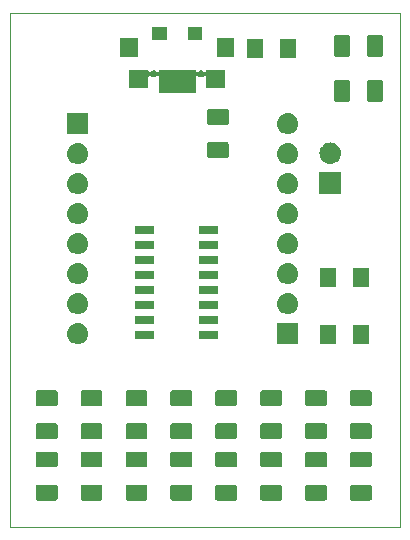
<source format=gbr>
G04 #@! TF.GenerationSoftware,KiCad,Pcbnew,(5.1.0)-1*
G04 #@! TF.CreationDate,2019-09-06T23:09:28-05:00*
G04 #@! TF.ProjectId,CH552G_dev,43483535-3247-45f6-9465-762e6b696361,rev?*
G04 #@! TF.SameCoordinates,Original*
G04 #@! TF.FileFunction,Soldermask,Top*
G04 #@! TF.FilePolarity,Negative*
%FSLAX46Y46*%
G04 Gerber Fmt 4.6, Leading zero omitted, Abs format (unit mm)*
G04 Created by KiCad (PCBNEW (5.1.0)-1) date 2019-09-06 23:09:28*
%MOMM*%
%LPD*%
G04 APERTURE LIST*
%ADD10C,0.050000*%
%ADD11C,0.100000*%
G04 APERTURE END LIST*
D10*
X94500000Y-121500000D02*
X127500000Y-121500000D01*
X94500000Y-78000000D02*
X94500000Y-121500000D01*
X127500000Y-78000000D02*
X94500000Y-78000000D01*
X127500000Y-121500000D02*
X127500000Y-78000000D01*
D11*
G36*
X124968604Y-117928347D02*
G01*
X125005144Y-117939432D01*
X125038821Y-117957433D01*
X125068341Y-117981659D01*
X125092567Y-118011179D01*
X125110568Y-118044856D01*
X125121653Y-118081396D01*
X125126000Y-118125538D01*
X125126000Y-119074462D01*
X125121653Y-119118604D01*
X125110568Y-119155144D01*
X125092567Y-119188821D01*
X125068341Y-119218341D01*
X125038821Y-119242567D01*
X125005144Y-119260568D01*
X124968604Y-119271653D01*
X124924462Y-119276000D01*
X123475538Y-119276000D01*
X123431396Y-119271653D01*
X123394856Y-119260568D01*
X123361179Y-119242567D01*
X123331659Y-119218341D01*
X123307433Y-119188821D01*
X123289432Y-119155144D01*
X123278347Y-119118604D01*
X123274000Y-119074462D01*
X123274000Y-118125538D01*
X123278347Y-118081396D01*
X123289432Y-118044856D01*
X123307433Y-118011179D01*
X123331659Y-117981659D01*
X123361179Y-117957433D01*
X123394856Y-117939432D01*
X123431396Y-117928347D01*
X123475538Y-117924000D01*
X124924462Y-117924000D01*
X124968604Y-117928347D01*
X124968604Y-117928347D01*
G37*
G36*
X105968604Y-117928347D02*
G01*
X106005144Y-117939432D01*
X106038821Y-117957433D01*
X106068341Y-117981659D01*
X106092567Y-118011179D01*
X106110568Y-118044856D01*
X106121653Y-118081396D01*
X106126000Y-118125538D01*
X106126000Y-119074462D01*
X106121653Y-119118604D01*
X106110568Y-119155144D01*
X106092567Y-119188821D01*
X106068341Y-119218341D01*
X106038821Y-119242567D01*
X106005144Y-119260568D01*
X105968604Y-119271653D01*
X105924462Y-119276000D01*
X104475538Y-119276000D01*
X104431396Y-119271653D01*
X104394856Y-119260568D01*
X104361179Y-119242567D01*
X104331659Y-119218341D01*
X104307433Y-119188821D01*
X104289432Y-119155144D01*
X104278347Y-119118604D01*
X104274000Y-119074462D01*
X104274000Y-118125538D01*
X104278347Y-118081396D01*
X104289432Y-118044856D01*
X104307433Y-118011179D01*
X104331659Y-117981659D01*
X104361179Y-117957433D01*
X104394856Y-117939432D01*
X104431396Y-117928347D01*
X104475538Y-117924000D01*
X105924462Y-117924000D01*
X105968604Y-117928347D01*
X105968604Y-117928347D01*
G37*
G36*
X98368604Y-117928347D02*
G01*
X98405144Y-117939432D01*
X98438821Y-117957433D01*
X98468341Y-117981659D01*
X98492567Y-118011179D01*
X98510568Y-118044856D01*
X98521653Y-118081396D01*
X98526000Y-118125538D01*
X98526000Y-119074462D01*
X98521653Y-119118604D01*
X98510568Y-119155144D01*
X98492567Y-119188821D01*
X98468341Y-119218341D01*
X98438821Y-119242567D01*
X98405144Y-119260568D01*
X98368604Y-119271653D01*
X98324462Y-119276000D01*
X96875538Y-119276000D01*
X96831396Y-119271653D01*
X96794856Y-119260568D01*
X96761179Y-119242567D01*
X96731659Y-119218341D01*
X96707433Y-119188821D01*
X96689432Y-119155144D01*
X96678347Y-119118604D01*
X96674000Y-119074462D01*
X96674000Y-118125538D01*
X96678347Y-118081396D01*
X96689432Y-118044856D01*
X96707433Y-118011179D01*
X96731659Y-117981659D01*
X96761179Y-117957433D01*
X96794856Y-117939432D01*
X96831396Y-117928347D01*
X96875538Y-117924000D01*
X98324462Y-117924000D01*
X98368604Y-117928347D01*
X98368604Y-117928347D01*
G37*
G36*
X102168604Y-117928347D02*
G01*
X102205144Y-117939432D01*
X102238821Y-117957433D01*
X102268341Y-117981659D01*
X102292567Y-118011179D01*
X102310568Y-118044856D01*
X102321653Y-118081396D01*
X102326000Y-118125538D01*
X102326000Y-119074462D01*
X102321653Y-119118604D01*
X102310568Y-119155144D01*
X102292567Y-119188821D01*
X102268341Y-119218341D01*
X102238821Y-119242567D01*
X102205144Y-119260568D01*
X102168604Y-119271653D01*
X102124462Y-119276000D01*
X100675538Y-119276000D01*
X100631396Y-119271653D01*
X100594856Y-119260568D01*
X100561179Y-119242567D01*
X100531659Y-119218341D01*
X100507433Y-119188821D01*
X100489432Y-119155144D01*
X100478347Y-119118604D01*
X100474000Y-119074462D01*
X100474000Y-118125538D01*
X100478347Y-118081396D01*
X100489432Y-118044856D01*
X100507433Y-118011179D01*
X100531659Y-117981659D01*
X100561179Y-117957433D01*
X100594856Y-117939432D01*
X100631396Y-117928347D01*
X100675538Y-117924000D01*
X102124462Y-117924000D01*
X102168604Y-117928347D01*
X102168604Y-117928347D01*
G37*
G36*
X109768604Y-117928347D02*
G01*
X109805144Y-117939432D01*
X109838821Y-117957433D01*
X109868341Y-117981659D01*
X109892567Y-118011179D01*
X109910568Y-118044856D01*
X109921653Y-118081396D01*
X109926000Y-118125538D01*
X109926000Y-119074462D01*
X109921653Y-119118604D01*
X109910568Y-119155144D01*
X109892567Y-119188821D01*
X109868341Y-119218341D01*
X109838821Y-119242567D01*
X109805144Y-119260568D01*
X109768604Y-119271653D01*
X109724462Y-119276000D01*
X108275538Y-119276000D01*
X108231396Y-119271653D01*
X108194856Y-119260568D01*
X108161179Y-119242567D01*
X108131659Y-119218341D01*
X108107433Y-119188821D01*
X108089432Y-119155144D01*
X108078347Y-119118604D01*
X108074000Y-119074462D01*
X108074000Y-118125538D01*
X108078347Y-118081396D01*
X108089432Y-118044856D01*
X108107433Y-118011179D01*
X108131659Y-117981659D01*
X108161179Y-117957433D01*
X108194856Y-117939432D01*
X108231396Y-117928347D01*
X108275538Y-117924000D01*
X109724462Y-117924000D01*
X109768604Y-117928347D01*
X109768604Y-117928347D01*
G37*
G36*
X117368604Y-117928347D02*
G01*
X117405144Y-117939432D01*
X117438821Y-117957433D01*
X117468341Y-117981659D01*
X117492567Y-118011179D01*
X117510568Y-118044856D01*
X117521653Y-118081396D01*
X117526000Y-118125538D01*
X117526000Y-119074462D01*
X117521653Y-119118604D01*
X117510568Y-119155144D01*
X117492567Y-119188821D01*
X117468341Y-119218341D01*
X117438821Y-119242567D01*
X117405144Y-119260568D01*
X117368604Y-119271653D01*
X117324462Y-119276000D01*
X115875538Y-119276000D01*
X115831396Y-119271653D01*
X115794856Y-119260568D01*
X115761179Y-119242567D01*
X115731659Y-119218341D01*
X115707433Y-119188821D01*
X115689432Y-119155144D01*
X115678347Y-119118604D01*
X115674000Y-119074462D01*
X115674000Y-118125538D01*
X115678347Y-118081396D01*
X115689432Y-118044856D01*
X115707433Y-118011179D01*
X115731659Y-117981659D01*
X115761179Y-117957433D01*
X115794856Y-117939432D01*
X115831396Y-117928347D01*
X115875538Y-117924000D01*
X117324462Y-117924000D01*
X117368604Y-117928347D01*
X117368604Y-117928347D01*
G37*
G36*
X121168604Y-117928347D02*
G01*
X121205144Y-117939432D01*
X121238821Y-117957433D01*
X121268341Y-117981659D01*
X121292567Y-118011179D01*
X121310568Y-118044856D01*
X121321653Y-118081396D01*
X121326000Y-118125538D01*
X121326000Y-119074462D01*
X121321653Y-119118604D01*
X121310568Y-119155144D01*
X121292567Y-119188821D01*
X121268341Y-119218341D01*
X121238821Y-119242567D01*
X121205144Y-119260568D01*
X121168604Y-119271653D01*
X121124462Y-119276000D01*
X119675538Y-119276000D01*
X119631396Y-119271653D01*
X119594856Y-119260568D01*
X119561179Y-119242567D01*
X119531659Y-119218341D01*
X119507433Y-119188821D01*
X119489432Y-119155144D01*
X119478347Y-119118604D01*
X119474000Y-119074462D01*
X119474000Y-118125538D01*
X119478347Y-118081396D01*
X119489432Y-118044856D01*
X119507433Y-118011179D01*
X119531659Y-117981659D01*
X119561179Y-117957433D01*
X119594856Y-117939432D01*
X119631396Y-117928347D01*
X119675538Y-117924000D01*
X121124462Y-117924000D01*
X121168604Y-117928347D01*
X121168604Y-117928347D01*
G37*
G36*
X113568604Y-117928347D02*
G01*
X113605144Y-117939432D01*
X113638821Y-117957433D01*
X113668341Y-117981659D01*
X113692567Y-118011179D01*
X113710568Y-118044856D01*
X113721653Y-118081396D01*
X113726000Y-118125538D01*
X113726000Y-119074462D01*
X113721653Y-119118604D01*
X113710568Y-119155144D01*
X113692567Y-119188821D01*
X113668341Y-119218341D01*
X113638821Y-119242567D01*
X113605144Y-119260568D01*
X113568604Y-119271653D01*
X113524462Y-119276000D01*
X112075538Y-119276000D01*
X112031396Y-119271653D01*
X111994856Y-119260568D01*
X111961179Y-119242567D01*
X111931659Y-119218341D01*
X111907433Y-119188821D01*
X111889432Y-119155144D01*
X111878347Y-119118604D01*
X111874000Y-119074462D01*
X111874000Y-118125538D01*
X111878347Y-118081396D01*
X111889432Y-118044856D01*
X111907433Y-118011179D01*
X111931659Y-117981659D01*
X111961179Y-117957433D01*
X111994856Y-117939432D01*
X112031396Y-117928347D01*
X112075538Y-117924000D01*
X113524462Y-117924000D01*
X113568604Y-117928347D01*
X113568604Y-117928347D01*
G37*
G36*
X102168604Y-115128347D02*
G01*
X102205144Y-115139432D01*
X102238821Y-115157433D01*
X102268341Y-115181659D01*
X102292567Y-115211179D01*
X102310568Y-115244856D01*
X102321653Y-115281396D01*
X102326000Y-115325538D01*
X102326000Y-116274462D01*
X102321653Y-116318604D01*
X102310568Y-116355144D01*
X102292567Y-116388821D01*
X102268341Y-116418341D01*
X102238821Y-116442567D01*
X102205144Y-116460568D01*
X102168604Y-116471653D01*
X102124462Y-116476000D01*
X100675538Y-116476000D01*
X100631396Y-116471653D01*
X100594856Y-116460568D01*
X100561179Y-116442567D01*
X100531659Y-116418341D01*
X100507433Y-116388821D01*
X100489432Y-116355144D01*
X100478347Y-116318604D01*
X100474000Y-116274462D01*
X100474000Y-115325538D01*
X100478347Y-115281396D01*
X100489432Y-115244856D01*
X100507433Y-115211179D01*
X100531659Y-115181659D01*
X100561179Y-115157433D01*
X100594856Y-115139432D01*
X100631396Y-115128347D01*
X100675538Y-115124000D01*
X102124462Y-115124000D01*
X102168604Y-115128347D01*
X102168604Y-115128347D01*
G37*
G36*
X105968604Y-115128347D02*
G01*
X106005144Y-115139432D01*
X106038821Y-115157433D01*
X106068341Y-115181659D01*
X106092567Y-115211179D01*
X106110568Y-115244856D01*
X106121653Y-115281396D01*
X106126000Y-115325538D01*
X106126000Y-116274462D01*
X106121653Y-116318604D01*
X106110568Y-116355144D01*
X106092567Y-116388821D01*
X106068341Y-116418341D01*
X106038821Y-116442567D01*
X106005144Y-116460568D01*
X105968604Y-116471653D01*
X105924462Y-116476000D01*
X104475538Y-116476000D01*
X104431396Y-116471653D01*
X104394856Y-116460568D01*
X104361179Y-116442567D01*
X104331659Y-116418341D01*
X104307433Y-116388821D01*
X104289432Y-116355144D01*
X104278347Y-116318604D01*
X104274000Y-116274462D01*
X104274000Y-115325538D01*
X104278347Y-115281396D01*
X104289432Y-115244856D01*
X104307433Y-115211179D01*
X104331659Y-115181659D01*
X104361179Y-115157433D01*
X104394856Y-115139432D01*
X104431396Y-115128347D01*
X104475538Y-115124000D01*
X105924462Y-115124000D01*
X105968604Y-115128347D01*
X105968604Y-115128347D01*
G37*
G36*
X98368604Y-115128347D02*
G01*
X98405144Y-115139432D01*
X98438821Y-115157433D01*
X98468341Y-115181659D01*
X98492567Y-115211179D01*
X98510568Y-115244856D01*
X98521653Y-115281396D01*
X98526000Y-115325538D01*
X98526000Y-116274462D01*
X98521653Y-116318604D01*
X98510568Y-116355144D01*
X98492567Y-116388821D01*
X98468341Y-116418341D01*
X98438821Y-116442567D01*
X98405144Y-116460568D01*
X98368604Y-116471653D01*
X98324462Y-116476000D01*
X96875538Y-116476000D01*
X96831396Y-116471653D01*
X96794856Y-116460568D01*
X96761179Y-116442567D01*
X96731659Y-116418341D01*
X96707433Y-116388821D01*
X96689432Y-116355144D01*
X96678347Y-116318604D01*
X96674000Y-116274462D01*
X96674000Y-115325538D01*
X96678347Y-115281396D01*
X96689432Y-115244856D01*
X96707433Y-115211179D01*
X96731659Y-115181659D01*
X96761179Y-115157433D01*
X96794856Y-115139432D01*
X96831396Y-115128347D01*
X96875538Y-115124000D01*
X98324462Y-115124000D01*
X98368604Y-115128347D01*
X98368604Y-115128347D01*
G37*
G36*
X109768604Y-115128347D02*
G01*
X109805144Y-115139432D01*
X109838821Y-115157433D01*
X109868341Y-115181659D01*
X109892567Y-115211179D01*
X109910568Y-115244856D01*
X109921653Y-115281396D01*
X109926000Y-115325538D01*
X109926000Y-116274462D01*
X109921653Y-116318604D01*
X109910568Y-116355144D01*
X109892567Y-116388821D01*
X109868341Y-116418341D01*
X109838821Y-116442567D01*
X109805144Y-116460568D01*
X109768604Y-116471653D01*
X109724462Y-116476000D01*
X108275538Y-116476000D01*
X108231396Y-116471653D01*
X108194856Y-116460568D01*
X108161179Y-116442567D01*
X108131659Y-116418341D01*
X108107433Y-116388821D01*
X108089432Y-116355144D01*
X108078347Y-116318604D01*
X108074000Y-116274462D01*
X108074000Y-115325538D01*
X108078347Y-115281396D01*
X108089432Y-115244856D01*
X108107433Y-115211179D01*
X108131659Y-115181659D01*
X108161179Y-115157433D01*
X108194856Y-115139432D01*
X108231396Y-115128347D01*
X108275538Y-115124000D01*
X109724462Y-115124000D01*
X109768604Y-115128347D01*
X109768604Y-115128347D01*
G37*
G36*
X113568604Y-115128347D02*
G01*
X113605144Y-115139432D01*
X113638821Y-115157433D01*
X113668341Y-115181659D01*
X113692567Y-115211179D01*
X113710568Y-115244856D01*
X113721653Y-115281396D01*
X113726000Y-115325538D01*
X113726000Y-116274462D01*
X113721653Y-116318604D01*
X113710568Y-116355144D01*
X113692567Y-116388821D01*
X113668341Y-116418341D01*
X113638821Y-116442567D01*
X113605144Y-116460568D01*
X113568604Y-116471653D01*
X113524462Y-116476000D01*
X112075538Y-116476000D01*
X112031396Y-116471653D01*
X111994856Y-116460568D01*
X111961179Y-116442567D01*
X111931659Y-116418341D01*
X111907433Y-116388821D01*
X111889432Y-116355144D01*
X111878347Y-116318604D01*
X111874000Y-116274462D01*
X111874000Y-115325538D01*
X111878347Y-115281396D01*
X111889432Y-115244856D01*
X111907433Y-115211179D01*
X111931659Y-115181659D01*
X111961179Y-115157433D01*
X111994856Y-115139432D01*
X112031396Y-115128347D01*
X112075538Y-115124000D01*
X113524462Y-115124000D01*
X113568604Y-115128347D01*
X113568604Y-115128347D01*
G37*
G36*
X117368604Y-115128347D02*
G01*
X117405144Y-115139432D01*
X117438821Y-115157433D01*
X117468341Y-115181659D01*
X117492567Y-115211179D01*
X117510568Y-115244856D01*
X117521653Y-115281396D01*
X117526000Y-115325538D01*
X117526000Y-116274462D01*
X117521653Y-116318604D01*
X117510568Y-116355144D01*
X117492567Y-116388821D01*
X117468341Y-116418341D01*
X117438821Y-116442567D01*
X117405144Y-116460568D01*
X117368604Y-116471653D01*
X117324462Y-116476000D01*
X115875538Y-116476000D01*
X115831396Y-116471653D01*
X115794856Y-116460568D01*
X115761179Y-116442567D01*
X115731659Y-116418341D01*
X115707433Y-116388821D01*
X115689432Y-116355144D01*
X115678347Y-116318604D01*
X115674000Y-116274462D01*
X115674000Y-115325538D01*
X115678347Y-115281396D01*
X115689432Y-115244856D01*
X115707433Y-115211179D01*
X115731659Y-115181659D01*
X115761179Y-115157433D01*
X115794856Y-115139432D01*
X115831396Y-115128347D01*
X115875538Y-115124000D01*
X117324462Y-115124000D01*
X117368604Y-115128347D01*
X117368604Y-115128347D01*
G37*
G36*
X121168604Y-115128347D02*
G01*
X121205144Y-115139432D01*
X121238821Y-115157433D01*
X121268341Y-115181659D01*
X121292567Y-115211179D01*
X121310568Y-115244856D01*
X121321653Y-115281396D01*
X121326000Y-115325538D01*
X121326000Y-116274462D01*
X121321653Y-116318604D01*
X121310568Y-116355144D01*
X121292567Y-116388821D01*
X121268341Y-116418341D01*
X121238821Y-116442567D01*
X121205144Y-116460568D01*
X121168604Y-116471653D01*
X121124462Y-116476000D01*
X119675538Y-116476000D01*
X119631396Y-116471653D01*
X119594856Y-116460568D01*
X119561179Y-116442567D01*
X119531659Y-116418341D01*
X119507433Y-116388821D01*
X119489432Y-116355144D01*
X119478347Y-116318604D01*
X119474000Y-116274462D01*
X119474000Y-115325538D01*
X119478347Y-115281396D01*
X119489432Y-115244856D01*
X119507433Y-115211179D01*
X119531659Y-115181659D01*
X119561179Y-115157433D01*
X119594856Y-115139432D01*
X119631396Y-115128347D01*
X119675538Y-115124000D01*
X121124462Y-115124000D01*
X121168604Y-115128347D01*
X121168604Y-115128347D01*
G37*
G36*
X124968604Y-115128347D02*
G01*
X125005144Y-115139432D01*
X125038821Y-115157433D01*
X125068341Y-115181659D01*
X125092567Y-115211179D01*
X125110568Y-115244856D01*
X125121653Y-115281396D01*
X125126000Y-115325538D01*
X125126000Y-116274462D01*
X125121653Y-116318604D01*
X125110568Y-116355144D01*
X125092567Y-116388821D01*
X125068341Y-116418341D01*
X125038821Y-116442567D01*
X125005144Y-116460568D01*
X124968604Y-116471653D01*
X124924462Y-116476000D01*
X123475538Y-116476000D01*
X123431396Y-116471653D01*
X123394856Y-116460568D01*
X123361179Y-116442567D01*
X123331659Y-116418341D01*
X123307433Y-116388821D01*
X123289432Y-116355144D01*
X123278347Y-116318604D01*
X123274000Y-116274462D01*
X123274000Y-115325538D01*
X123278347Y-115281396D01*
X123289432Y-115244856D01*
X123307433Y-115211179D01*
X123331659Y-115181659D01*
X123361179Y-115157433D01*
X123394856Y-115139432D01*
X123431396Y-115128347D01*
X123475538Y-115124000D01*
X124924462Y-115124000D01*
X124968604Y-115128347D01*
X124968604Y-115128347D01*
G37*
G36*
X117368604Y-112728347D02*
G01*
X117405144Y-112739432D01*
X117438821Y-112757433D01*
X117468341Y-112781659D01*
X117492567Y-112811179D01*
X117510568Y-112844856D01*
X117521653Y-112881396D01*
X117526000Y-112925538D01*
X117526000Y-113874462D01*
X117521653Y-113918604D01*
X117510568Y-113955144D01*
X117492567Y-113988821D01*
X117468341Y-114018341D01*
X117438821Y-114042567D01*
X117405144Y-114060568D01*
X117368604Y-114071653D01*
X117324462Y-114076000D01*
X115875538Y-114076000D01*
X115831396Y-114071653D01*
X115794856Y-114060568D01*
X115761179Y-114042567D01*
X115731659Y-114018341D01*
X115707433Y-113988821D01*
X115689432Y-113955144D01*
X115678347Y-113918604D01*
X115674000Y-113874462D01*
X115674000Y-112925538D01*
X115678347Y-112881396D01*
X115689432Y-112844856D01*
X115707433Y-112811179D01*
X115731659Y-112781659D01*
X115761179Y-112757433D01*
X115794856Y-112739432D01*
X115831396Y-112728347D01*
X115875538Y-112724000D01*
X117324462Y-112724000D01*
X117368604Y-112728347D01*
X117368604Y-112728347D01*
G37*
G36*
X102168604Y-112728347D02*
G01*
X102205144Y-112739432D01*
X102238821Y-112757433D01*
X102268341Y-112781659D01*
X102292567Y-112811179D01*
X102310568Y-112844856D01*
X102321653Y-112881396D01*
X102326000Y-112925538D01*
X102326000Y-113874462D01*
X102321653Y-113918604D01*
X102310568Y-113955144D01*
X102292567Y-113988821D01*
X102268341Y-114018341D01*
X102238821Y-114042567D01*
X102205144Y-114060568D01*
X102168604Y-114071653D01*
X102124462Y-114076000D01*
X100675538Y-114076000D01*
X100631396Y-114071653D01*
X100594856Y-114060568D01*
X100561179Y-114042567D01*
X100531659Y-114018341D01*
X100507433Y-113988821D01*
X100489432Y-113955144D01*
X100478347Y-113918604D01*
X100474000Y-113874462D01*
X100474000Y-112925538D01*
X100478347Y-112881396D01*
X100489432Y-112844856D01*
X100507433Y-112811179D01*
X100531659Y-112781659D01*
X100561179Y-112757433D01*
X100594856Y-112739432D01*
X100631396Y-112728347D01*
X100675538Y-112724000D01*
X102124462Y-112724000D01*
X102168604Y-112728347D01*
X102168604Y-112728347D01*
G37*
G36*
X105968604Y-112728347D02*
G01*
X106005144Y-112739432D01*
X106038821Y-112757433D01*
X106068341Y-112781659D01*
X106092567Y-112811179D01*
X106110568Y-112844856D01*
X106121653Y-112881396D01*
X106126000Y-112925538D01*
X106126000Y-113874462D01*
X106121653Y-113918604D01*
X106110568Y-113955144D01*
X106092567Y-113988821D01*
X106068341Y-114018341D01*
X106038821Y-114042567D01*
X106005144Y-114060568D01*
X105968604Y-114071653D01*
X105924462Y-114076000D01*
X104475538Y-114076000D01*
X104431396Y-114071653D01*
X104394856Y-114060568D01*
X104361179Y-114042567D01*
X104331659Y-114018341D01*
X104307433Y-113988821D01*
X104289432Y-113955144D01*
X104278347Y-113918604D01*
X104274000Y-113874462D01*
X104274000Y-112925538D01*
X104278347Y-112881396D01*
X104289432Y-112844856D01*
X104307433Y-112811179D01*
X104331659Y-112781659D01*
X104361179Y-112757433D01*
X104394856Y-112739432D01*
X104431396Y-112728347D01*
X104475538Y-112724000D01*
X105924462Y-112724000D01*
X105968604Y-112728347D01*
X105968604Y-112728347D01*
G37*
G36*
X98368604Y-112728347D02*
G01*
X98405144Y-112739432D01*
X98438821Y-112757433D01*
X98468341Y-112781659D01*
X98492567Y-112811179D01*
X98510568Y-112844856D01*
X98521653Y-112881396D01*
X98526000Y-112925538D01*
X98526000Y-113874462D01*
X98521653Y-113918604D01*
X98510568Y-113955144D01*
X98492567Y-113988821D01*
X98468341Y-114018341D01*
X98438821Y-114042567D01*
X98405144Y-114060568D01*
X98368604Y-114071653D01*
X98324462Y-114076000D01*
X96875538Y-114076000D01*
X96831396Y-114071653D01*
X96794856Y-114060568D01*
X96761179Y-114042567D01*
X96731659Y-114018341D01*
X96707433Y-113988821D01*
X96689432Y-113955144D01*
X96678347Y-113918604D01*
X96674000Y-113874462D01*
X96674000Y-112925538D01*
X96678347Y-112881396D01*
X96689432Y-112844856D01*
X96707433Y-112811179D01*
X96731659Y-112781659D01*
X96761179Y-112757433D01*
X96794856Y-112739432D01*
X96831396Y-112728347D01*
X96875538Y-112724000D01*
X98324462Y-112724000D01*
X98368604Y-112728347D01*
X98368604Y-112728347D01*
G37*
G36*
X109768604Y-112728347D02*
G01*
X109805144Y-112739432D01*
X109838821Y-112757433D01*
X109868341Y-112781659D01*
X109892567Y-112811179D01*
X109910568Y-112844856D01*
X109921653Y-112881396D01*
X109926000Y-112925538D01*
X109926000Y-113874462D01*
X109921653Y-113918604D01*
X109910568Y-113955144D01*
X109892567Y-113988821D01*
X109868341Y-114018341D01*
X109838821Y-114042567D01*
X109805144Y-114060568D01*
X109768604Y-114071653D01*
X109724462Y-114076000D01*
X108275538Y-114076000D01*
X108231396Y-114071653D01*
X108194856Y-114060568D01*
X108161179Y-114042567D01*
X108131659Y-114018341D01*
X108107433Y-113988821D01*
X108089432Y-113955144D01*
X108078347Y-113918604D01*
X108074000Y-113874462D01*
X108074000Y-112925538D01*
X108078347Y-112881396D01*
X108089432Y-112844856D01*
X108107433Y-112811179D01*
X108131659Y-112781659D01*
X108161179Y-112757433D01*
X108194856Y-112739432D01*
X108231396Y-112728347D01*
X108275538Y-112724000D01*
X109724462Y-112724000D01*
X109768604Y-112728347D01*
X109768604Y-112728347D01*
G37*
G36*
X113568604Y-112728347D02*
G01*
X113605144Y-112739432D01*
X113638821Y-112757433D01*
X113668341Y-112781659D01*
X113692567Y-112811179D01*
X113710568Y-112844856D01*
X113721653Y-112881396D01*
X113726000Y-112925538D01*
X113726000Y-113874462D01*
X113721653Y-113918604D01*
X113710568Y-113955144D01*
X113692567Y-113988821D01*
X113668341Y-114018341D01*
X113638821Y-114042567D01*
X113605144Y-114060568D01*
X113568604Y-114071653D01*
X113524462Y-114076000D01*
X112075538Y-114076000D01*
X112031396Y-114071653D01*
X111994856Y-114060568D01*
X111961179Y-114042567D01*
X111931659Y-114018341D01*
X111907433Y-113988821D01*
X111889432Y-113955144D01*
X111878347Y-113918604D01*
X111874000Y-113874462D01*
X111874000Y-112925538D01*
X111878347Y-112881396D01*
X111889432Y-112844856D01*
X111907433Y-112811179D01*
X111931659Y-112781659D01*
X111961179Y-112757433D01*
X111994856Y-112739432D01*
X112031396Y-112728347D01*
X112075538Y-112724000D01*
X113524462Y-112724000D01*
X113568604Y-112728347D01*
X113568604Y-112728347D01*
G37*
G36*
X124968604Y-112728347D02*
G01*
X125005144Y-112739432D01*
X125038821Y-112757433D01*
X125068341Y-112781659D01*
X125092567Y-112811179D01*
X125110568Y-112844856D01*
X125121653Y-112881396D01*
X125126000Y-112925538D01*
X125126000Y-113874462D01*
X125121653Y-113918604D01*
X125110568Y-113955144D01*
X125092567Y-113988821D01*
X125068341Y-114018341D01*
X125038821Y-114042567D01*
X125005144Y-114060568D01*
X124968604Y-114071653D01*
X124924462Y-114076000D01*
X123475538Y-114076000D01*
X123431396Y-114071653D01*
X123394856Y-114060568D01*
X123361179Y-114042567D01*
X123331659Y-114018341D01*
X123307433Y-113988821D01*
X123289432Y-113955144D01*
X123278347Y-113918604D01*
X123274000Y-113874462D01*
X123274000Y-112925538D01*
X123278347Y-112881396D01*
X123289432Y-112844856D01*
X123307433Y-112811179D01*
X123331659Y-112781659D01*
X123361179Y-112757433D01*
X123394856Y-112739432D01*
X123431396Y-112728347D01*
X123475538Y-112724000D01*
X124924462Y-112724000D01*
X124968604Y-112728347D01*
X124968604Y-112728347D01*
G37*
G36*
X121168604Y-112728347D02*
G01*
X121205144Y-112739432D01*
X121238821Y-112757433D01*
X121268341Y-112781659D01*
X121292567Y-112811179D01*
X121310568Y-112844856D01*
X121321653Y-112881396D01*
X121326000Y-112925538D01*
X121326000Y-113874462D01*
X121321653Y-113918604D01*
X121310568Y-113955144D01*
X121292567Y-113988821D01*
X121268341Y-114018341D01*
X121238821Y-114042567D01*
X121205144Y-114060568D01*
X121168604Y-114071653D01*
X121124462Y-114076000D01*
X119675538Y-114076000D01*
X119631396Y-114071653D01*
X119594856Y-114060568D01*
X119561179Y-114042567D01*
X119531659Y-114018341D01*
X119507433Y-113988821D01*
X119489432Y-113955144D01*
X119478347Y-113918604D01*
X119474000Y-113874462D01*
X119474000Y-112925538D01*
X119478347Y-112881396D01*
X119489432Y-112844856D01*
X119507433Y-112811179D01*
X119531659Y-112781659D01*
X119561179Y-112757433D01*
X119594856Y-112739432D01*
X119631396Y-112728347D01*
X119675538Y-112724000D01*
X121124462Y-112724000D01*
X121168604Y-112728347D01*
X121168604Y-112728347D01*
G37*
G36*
X124968604Y-109928347D02*
G01*
X125005144Y-109939432D01*
X125038821Y-109957433D01*
X125068341Y-109981659D01*
X125092567Y-110011179D01*
X125110568Y-110044856D01*
X125121653Y-110081396D01*
X125126000Y-110125538D01*
X125126000Y-111074462D01*
X125121653Y-111118604D01*
X125110568Y-111155144D01*
X125092567Y-111188821D01*
X125068341Y-111218341D01*
X125038821Y-111242567D01*
X125005144Y-111260568D01*
X124968604Y-111271653D01*
X124924462Y-111276000D01*
X123475538Y-111276000D01*
X123431396Y-111271653D01*
X123394856Y-111260568D01*
X123361179Y-111242567D01*
X123331659Y-111218341D01*
X123307433Y-111188821D01*
X123289432Y-111155144D01*
X123278347Y-111118604D01*
X123274000Y-111074462D01*
X123274000Y-110125538D01*
X123278347Y-110081396D01*
X123289432Y-110044856D01*
X123307433Y-110011179D01*
X123331659Y-109981659D01*
X123361179Y-109957433D01*
X123394856Y-109939432D01*
X123431396Y-109928347D01*
X123475538Y-109924000D01*
X124924462Y-109924000D01*
X124968604Y-109928347D01*
X124968604Y-109928347D01*
G37*
G36*
X102168604Y-109928347D02*
G01*
X102205144Y-109939432D01*
X102238821Y-109957433D01*
X102268341Y-109981659D01*
X102292567Y-110011179D01*
X102310568Y-110044856D01*
X102321653Y-110081396D01*
X102326000Y-110125538D01*
X102326000Y-111074462D01*
X102321653Y-111118604D01*
X102310568Y-111155144D01*
X102292567Y-111188821D01*
X102268341Y-111218341D01*
X102238821Y-111242567D01*
X102205144Y-111260568D01*
X102168604Y-111271653D01*
X102124462Y-111276000D01*
X100675538Y-111276000D01*
X100631396Y-111271653D01*
X100594856Y-111260568D01*
X100561179Y-111242567D01*
X100531659Y-111218341D01*
X100507433Y-111188821D01*
X100489432Y-111155144D01*
X100478347Y-111118604D01*
X100474000Y-111074462D01*
X100474000Y-110125538D01*
X100478347Y-110081396D01*
X100489432Y-110044856D01*
X100507433Y-110011179D01*
X100531659Y-109981659D01*
X100561179Y-109957433D01*
X100594856Y-109939432D01*
X100631396Y-109928347D01*
X100675538Y-109924000D01*
X102124462Y-109924000D01*
X102168604Y-109928347D01*
X102168604Y-109928347D01*
G37*
G36*
X121168604Y-109928347D02*
G01*
X121205144Y-109939432D01*
X121238821Y-109957433D01*
X121268341Y-109981659D01*
X121292567Y-110011179D01*
X121310568Y-110044856D01*
X121321653Y-110081396D01*
X121326000Y-110125538D01*
X121326000Y-111074462D01*
X121321653Y-111118604D01*
X121310568Y-111155144D01*
X121292567Y-111188821D01*
X121268341Y-111218341D01*
X121238821Y-111242567D01*
X121205144Y-111260568D01*
X121168604Y-111271653D01*
X121124462Y-111276000D01*
X119675538Y-111276000D01*
X119631396Y-111271653D01*
X119594856Y-111260568D01*
X119561179Y-111242567D01*
X119531659Y-111218341D01*
X119507433Y-111188821D01*
X119489432Y-111155144D01*
X119478347Y-111118604D01*
X119474000Y-111074462D01*
X119474000Y-110125538D01*
X119478347Y-110081396D01*
X119489432Y-110044856D01*
X119507433Y-110011179D01*
X119531659Y-109981659D01*
X119561179Y-109957433D01*
X119594856Y-109939432D01*
X119631396Y-109928347D01*
X119675538Y-109924000D01*
X121124462Y-109924000D01*
X121168604Y-109928347D01*
X121168604Y-109928347D01*
G37*
G36*
X117368604Y-109928347D02*
G01*
X117405144Y-109939432D01*
X117438821Y-109957433D01*
X117468341Y-109981659D01*
X117492567Y-110011179D01*
X117510568Y-110044856D01*
X117521653Y-110081396D01*
X117526000Y-110125538D01*
X117526000Y-111074462D01*
X117521653Y-111118604D01*
X117510568Y-111155144D01*
X117492567Y-111188821D01*
X117468341Y-111218341D01*
X117438821Y-111242567D01*
X117405144Y-111260568D01*
X117368604Y-111271653D01*
X117324462Y-111276000D01*
X115875538Y-111276000D01*
X115831396Y-111271653D01*
X115794856Y-111260568D01*
X115761179Y-111242567D01*
X115731659Y-111218341D01*
X115707433Y-111188821D01*
X115689432Y-111155144D01*
X115678347Y-111118604D01*
X115674000Y-111074462D01*
X115674000Y-110125538D01*
X115678347Y-110081396D01*
X115689432Y-110044856D01*
X115707433Y-110011179D01*
X115731659Y-109981659D01*
X115761179Y-109957433D01*
X115794856Y-109939432D01*
X115831396Y-109928347D01*
X115875538Y-109924000D01*
X117324462Y-109924000D01*
X117368604Y-109928347D01*
X117368604Y-109928347D01*
G37*
G36*
X109768604Y-109928347D02*
G01*
X109805144Y-109939432D01*
X109838821Y-109957433D01*
X109868341Y-109981659D01*
X109892567Y-110011179D01*
X109910568Y-110044856D01*
X109921653Y-110081396D01*
X109926000Y-110125538D01*
X109926000Y-111074462D01*
X109921653Y-111118604D01*
X109910568Y-111155144D01*
X109892567Y-111188821D01*
X109868341Y-111218341D01*
X109838821Y-111242567D01*
X109805144Y-111260568D01*
X109768604Y-111271653D01*
X109724462Y-111276000D01*
X108275538Y-111276000D01*
X108231396Y-111271653D01*
X108194856Y-111260568D01*
X108161179Y-111242567D01*
X108131659Y-111218341D01*
X108107433Y-111188821D01*
X108089432Y-111155144D01*
X108078347Y-111118604D01*
X108074000Y-111074462D01*
X108074000Y-110125538D01*
X108078347Y-110081396D01*
X108089432Y-110044856D01*
X108107433Y-110011179D01*
X108131659Y-109981659D01*
X108161179Y-109957433D01*
X108194856Y-109939432D01*
X108231396Y-109928347D01*
X108275538Y-109924000D01*
X109724462Y-109924000D01*
X109768604Y-109928347D01*
X109768604Y-109928347D01*
G37*
G36*
X105968604Y-109928347D02*
G01*
X106005144Y-109939432D01*
X106038821Y-109957433D01*
X106068341Y-109981659D01*
X106092567Y-110011179D01*
X106110568Y-110044856D01*
X106121653Y-110081396D01*
X106126000Y-110125538D01*
X106126000Y-111074462D01*
X106121653Y-111118604D01*
X106110568Y-111155144D01*
X106092567Y-111188821D01*
X106068341Y-111218341D01*
X106038821Y-111242567D01*
X106005144Y-111260568D01*
X105968604Y-111271653D01*
X105924462Y-111276000D01*
X104475538Y-111276000D01*
X104431396Y-111271653D01*
X104394856Y-111260568D01*
X104361179Y-111242567D01*
X104331659Y-111218341D01*
X104307433Y-111188821D01*
X104289432Y-111155144D01*
X104278347Y-111118604D01*
X104274000Y-111074462D01*
X104274000Y-110125538D01*
X104278347Y-110081396D01*
X104289432Y-110044856D01*
X104307433Y-110011179D01*
X104331659Y-109981659D01*
X104361179Y-109957433D01*
X104394856Y-109939432D01*
X104431396Y-109928347D01*
X104475538Y-109924000D01*
X105924462Y-109924000D01*
X105968604Y-109928347D01*
X105968604Y-109928347D01*
G37*
G36*
X98368604Y-109928347D02*
G01*
X98405144Y-109939432D01*
X98438821Y-109957433D01*
X98468341Y-109981659D01*
X98492567Y-110011179D01*
X98510568Y-110044856D01*
X98521653Y-110081396D01*
X98526000Y-110125538D01*
X98526000Y-111074462D01*
X98521653Y-111118604D01*
X98510568Y-111155144D01*
X98492567Y-111188821D01*
X98468341Y-111218341D01*
X98438821Y-111242567D01*
X98405144Y-111260568D01*
X98368604Y-111271653D01*
X98324462Y-111276000D01*
X96875538Y-111276000D01*
X96831396Y-111271653D01*
X96794856Y-111260568D01*
X96761179Y-111242567D01*
X96731659Y-111218341D01*
X96707433Y-111188821D01*
X96689432Y-111155144D01*
X96678347Y-111118604D01*
X96674000Y-111074462D01*
X96674000Y-110125538D01*
X96678347Y-110081396D01*
X96689432Y-110044856D01*
X96707433Y-110011179D01*
X96731659Y-109981659D01*
X96761179Y-109957433D01*
X96794856Y-109939432D01*
X96831396Y-109928347D01*
X96875538Y-109924000D01*
X98324462Y-109924000D01*
X98368604Y-109928347D01*
X98368604Y-109928347D01*
G37*
G36*
X113568604Y-109928347D02*
G01*
X113605144Y-109939432D01*
X113638821Y-109957433D01*
X113668341Y-109981659D01*
X113692567Y-110011179D01*
X113710568Y-110044856D01*
X113721653Y-110081396D01*
X113726000Y-110125538D01*
X113726000Y-111074462D01*
X113721653Y-111118604D01*
X113710568Y-111155144D01*
X113692567Y-111188821D01*
X113668341Y-111218341D01*
X113638821Y-111242567D01*
X113605144Y-111260568D01*
X113568604Y-111271653D01*
X113524462Y-111276000D01*
X112075538Y-111276000D01*
X112031396Y-111271653D01*
X111994856Y-111260568D01*
X111961179Y-111242567D01*
X111931659Y-111218341D01*
X111907433Y-111188821D01*
X111889432Y-111155144D01*
X111878347Y-111118604D01*
X111874000Y-111074462D01*
X111874000Y-110125538D01*
X111878347Y-110081396D01*
X111889432Y-110044856D01*
X111907433Y-110011179D01*
X111931659Y-109981659D01*
X111961179Y-109957433D01*
X111994856Y-109939432D01*
X112031396Y-109928347D01*
X112075538Y-109924000D01*
X113524462Y-109924000D01*
X113568604Y-109928347D01*
X113568604Y-109928347D01*
G37*
G36*
X118901000Y-106041000D02*
G01*
X117099000Y-106041000D01*
X117099000Y-104239000D01*
X118901000Y-104239000D01*
X118901000Y-106041000D01*
X118901000Y-106041000D01*
G37*
G36*
X100330443Y-104245519D02*
G01*
X100396627Y-104252037D01*
X100566466Y-104303557D01*
X100722991Y-104387222D01*
X100737342Y-104399000D01*
X100860186Y-104499814D01*
X100943448Y-104601271D01*
X100972778Y-104637009D01*
X101056443Y-104793534D01*
X101107963Y-104963373D01*
X101125359Y-105140000D01*
X101107963Y-105316627D01*
X101056443Y-105486466D01*
X100972778Y-105642991D01*
X100943448Y-105678729D01*
X100860186Y-105780186D01*
X100758729Y-105863448D01*
X100722991Y-105892778D01*
X100566466Y-105976443D01*
X100396627Y-106027963D01*
X100330443Y-106034481D01*
X100264260Y-106041000D01*
X100175740Y-106041000D01*
X100109557Y-106034481D01*
X100043373Y-106027963D01*
X99873534Y-105976443D01*
X99717009Y-105892778D01*
X99681271Y-105863448D01*
X99579814Y-105780186D01*
X99496552Y-105678729D01*
X99467222Y-105642991D01*
X99383557Y-105486466D01*
X99332037Y-105316627D01*
X99314641Y-105140000D01*
X99332037Y-104963373D01*
X99383557Y-104793534D01*
X99467222Y-104637009D01*
X99496552Y-104601271D01*
X99579814Y-104499814D01*
X99702658Y-104399000D01*
X99717009Y-104387222D01*
X99873534Y-104303557D01*
X100043373Y-104252037D01*
X100109558Y-104245518D01*
X100175740Y-104239000D01*
X100264260Y-104239000D01*
X100330443Y-104245519D01*
X100330443Y-104245519D01*
G37*
G36*
X122076000Y-106001000D02*
G01*
X120724000Y-106001000D01*
X120724000Y-104399000D01*
X122076000Y-104399000D01*
X122076000Y-106001000D01*
X122076000Y-106001000D01*
G37*
G36*
X124876000Y-106001000D02*
G01*
X123524000Y-106001000D01*
X123524000Y-104399000D01*
X124876000Y-104399000D01*
X124876000Y-106001000D01*
X124876000Y-106001000D01*
G37*
G36*
X112101000Y-105596000D02*
G01*
X110499000Y-105596000D01*
X110499000Y-104894000D01*
X112101000Y-104894000D01*
X112101000Y-105596000D01*
X112101000Y-105596000D01*
G37*
G36*
X106701000Y-105596000D02*
G01*
X105099000Y-105596000D01*
X105099000Y-104894000D01*
X106701000Y-104894000D01*
X106701000Y-105596000D01*
X106701000Y-105596000D01*
G37*
G36*
X112101000Y-104326000D02*
G01*
X110499000Y-104326000D01*
X110499000Y-103624000D01*
X112101000Y-103624000D01*
X112101000Y-104326000D01*
X112101000Y-104326000D01*
G37*
G36*
X106701000Y-104326000D02*
G01*
X105099000Y-104326000D01*
X105099000Y-103624000D01*
X106701000Y-103624000D01*
X106701000Y-104326000D01*
X106701000Y-104326000D01*
G37*
G36*
X100330442Y-101705518D02*
G01*
X100396627Y-101712037D01*
X100566466Y-101763557D01*
X100722991Y-101847222D01*
X100758729Y-101876552D01*
X100860186Y-101959814D01*
X100943448Y-102061271D01*
X100972778Y-102097009D01*
X101056443Y-102253534D01*
X101107963Y-102423373D01*
X101125359Y-102600000D01*
X101107963Y-102776627D01*
X101056443Y-102946466D01*
X100972778Y-103102991D01*
X100943448Y-103138729D01*
X100860186Y-103240186D01*
X100758729Y-103323448D01*
X100722991Y-103352778D01*
X100566466Y-103436443D01*
X100396627Y-103487963D01*
X100330443Y-103494481D01*
X100264260Y-103501000D01*
X100175740Y-103501000D01*
X100109557Y-103494481D01*
X100043373Y-103487963D01*
X99873534Y-103436443D01*
X99717009Y-103352778D01*
X99681271Y-103323448D01*
X99579814Y-103240186D01*
X99496552Y-103138729D01*
X99467222Y-103102991D01*
X99383557Y-102946466D01*
X99332037Y-102776627D01*
X99314641Y-102600000D01*
X99332037Y-102423373D01*
X99383557Y-102253534D01*
X99467222Y-102097009D01*
X99496552Y-102061271D01*
X99579814Y-101959814D01*
X99681271Y-101876552D01*
X99717009Y-101847222D01*
X99873534Y-101763557D01*
X100043373Y-101712037D01*
X100109558Y-101705518D01*
X100175740Y-101699000D01*
X100264260Y-101699000D01*
X100330442Y-101705518D01*
X100330442Y-101705518D01*
G37*
G36*
X118110442Y-101705518D02*
G01*
X118176627Y-101712037D01*
X118346466Y-101763557D01*
X118502991Y-101847222D01*
X118538729Y-101876552D01*
X118640186Y-101959814D01*
X118723448Y-102061271D01*
X118752778Y-102097009D01*
X118836443Y-102253534D01*
X118887963Y-102423373D01*
X118905359Y-102600000D01*
X118887963Y-102776627D01*
X118836443Y-102946466D01*
X118752778Y-103102991D01*
X118723448Y-103138729D01*
X118640186Y-103240186D01*
X118538729Y-103323448D01*
X118502991Y-103352778D01*
X118346466Y-103436443D01*
X118176627Y-103487963D01*
X118110443Y-103494481D01*
X118044260Y-103501000D01*
X117955740Y-103501000D01*
X117889557Y-103494481D01*
X117823373Y-103487963D01*
X117653534Y-103436443D01*
X117497009Y-103352778D01*
X117461271Y-103323448D01*
X117359814Y-103240186D01*
X117276552Y-103138729D01*
X117247222Y-103102991D01*
X117163557Y-102946466D01*
X117112037Y-102776627D01*
X117094641Y-102600000D01*
X117112037Y-102423373D01*
X117163557Y-102253534D01*
X117247222Y-102097009D01*
X117276552Y-102061271D01*
X117359814Y-101959814D01*
X117461271Y-101876552D01*
X117497009Y-101847222D01*
X117653534Y-101763557D01*
X117823373Y-101712037D01*
X117889558Y-101705518D01*
X117955740Y-101699000D01*
X118044260Y-101699000D01*
X118110442Y-101705518D01*
X118110442Y-101705518D01*
G37*
G36*
X112101000Y-103056000D02*
G01*
X110499000Y-103056000D01*
X110499000Y-102354000D01*
X112101000Y-102354000D01*
X112101000Y-103056000D01*
X112101000Y-103056000D01*
G37*
G36*
X106701000Y-103056000D02*
G01*
X105099000Y-103056000D01*
X105099000Y-102354000D01*
X106701000Y-102354000D01*
X106701000Y-103056000D01*
X106701000Y-103056000D01*
G37*
G36*
X112101000Y-101786000D02*
G01*
X110499000Y-101786000D01*
X110499000Y-101084000D01*
X112101000Y-101084000D01*
X112101000Y-101786000D01*
X112101000Y-101786000D01*
G37*
G36*
X106701000Y-101786000D02*
G01*
X105099000Y-101786000D01*
X105099000Y-101084000D01*
X106701000Y-101084000D01*
X106701000Y-101786000D01*
X106701000Y-101786000D01*
G37*
G36*
X122076000Y-101201000D02*
G01*
X120724000Y-101201000D01*
X120724000Y-99599000D01*
X122076000Y-99599000D01*
X122076000Y-101201000D01*
X122076000Y-101201000D01*
G37*
G36*
X124876000Y-101201000D02*
G01*
X123524000Y-101201000D01*
X123524000Y-99599000D01*
X124876000Y-99599000D01*
X124876000Y-101201000D01*
X124876000Y-101201000D01*
G37*
G36*
X118110443Y-99165519D02*
G01*
X118176627Y-99172037D01*
X118346466Y-99223557D01*
X118502991Y-99307222D01*
X118538729Y-99336552D01*
X118640186Y-99419814D01*
X118723448Y-99521271D01*
X118752778Y-99557009D01*
X118836443Y-99713534D01*
X118887963Y-99883373D01*
X118905359Y-100060000D01*
X118887963Y-100236627D01*
X118836443Y-100406466D01*
X118752778Y-100562991D01*
X118723448Y-100598729D01*
X118640186Y-100700186D01*
X118538729Y-100783448D01*
X118502991Y-100812778D01*
X118346466Y-100896443D01*
X118176627Y-100947963D01*
X118110442Y-100954482D01*
X118044260Y-100961000D01*
X117955740Y-100961000D01*
X117889558Y-100954482D01*
X117823373Y-100947963D01*
X117653534Y-100896443D01*
X117497009Y-100812778D01*
X117461271Y-100783448D01*
X117359814Y-100700186D01*
X117276552Y-100598729D01*
X117247222Y-100562991D01*
X117163557Y-100406466D01*
X117112037Y-100236627D01*
X117094641Y-100060000D01*
X117112037Y-99883373D01*
X117163557Y-99713534D01*
X117247222Y-99557009D01*
X117276552Y-99521271D01*
X117359814Y-99419814D01*
X117461271Y-99336552D01*
X117497009Y-99307222D01*
X117653534Y-99223557D01*
X117823373Y-99172037D01*
X117889557Y-99165519D01*
X117955740Y-99159000D01*
X118044260Y-99159000D01*
X118110443Y-99165519D01*
X118110443Y-99165519D01*
G37*
G36*
X100330443Y-99165519D02*
G01*
X100396627Y-99172037D01*
X100566466Y-99223557D01*
X100722991Y-99307222D01*
X100758729Y-99336552D01*
X100860186Y-99419814D01*
X100943448Y-99521271D01*
X100972778Y-99557009D01*
X101056443Y-99713534D01*
X101107963Y-99883373D01*
X101125359Y-100060000D01*
X101107963Y-100236627D01*
X101056443Y-100406466D01*
X100972778Y-100562991D01*
X100943448Y-100598729D01*
X100860186Y-100700186D01*
X100758729Y-100783448D01*
X100722991Y-100812778D01*
X100566466Y-100896443D01*
X100396627Y-100947963D01*
X100330442Y-100954482D01*
X100264260Y-100961000D01*
X100175740Y-100961000D01*
X100109558Y-100954482D01*
X100043373Y-100947963D01*
X99873534Y-100896443D01*
X99717009Y-100812778D01*
X99681271Y-100783448D01*
X99579814Y-100700186D01*
X99496552Y-100598729D01*
X99467222Y-100562991D01*
X99383557Y-100406466D01*
X99332037Y-100236627D01*
X99314641Y-100060000D01*
X99332037Y-99883373D01*
X99383557Y-99713534D01*
X99467222Y-99557009D01*
X99496552Y-99521271D01*
X99579814Y-99419814D01*
X99681271Y-99336552D01*
X99717009Y-99307222D01*
X99873534Y-99223557D01*
X100043373Y-99172037D01*
X100109557Y-99165519D01*
X100175740Y-99159000D01*
X100264260Y-99159000D01*
X100330443Y-99165519D01*
X100330443Y-99165519D01*
G37*
G36*
X112101000Y-100516000D02*
G01*
X110499000Y-100516000D01*
X110499000Y-99814000D01*
X112101000Y-99814000D01*
X112101000Y-100516000D01*
X112101000Y-100516000D01*
G37*
G36*
X106701000Y-100516000D02*
G01*
X105099000Y-100516000D01*
X105099000Y-99814000D01*
X106701000Y-99814000D01*
X106701000Y-100516000D01*
X106701000Y-100516000D01*
G37*
G36*
X106701000Y-99246000D02*
G01*
X105099000Y-99246000D01*
X105099000Y-98544000D01*
X106701000Y-98544000D01*
X106701000Y-99246000D01*
X106701000Y-99246000D01*
G37*
G36*
X112101000Y-99246000D02*
G01*
X110499000Y-99246000D01*
X110499000Y-98544000D01*
X112101000Y-98544000D01*
X112101000Y-99246000D01*
X112101000Y-99246000D01*
G37*
G36*
X118110442Y-96625518D02*
G01*
X118176627Y-96632037D01*
X118346466Y-96683557D01*
X118502991Y-96767222D01*
X118538729Y-96796552D01*
X118640186Y-96879814D01*
X118723448Y-96981271D01*
X118752778Y-97017009D01*
X118836443Y-97173534D01*
X118887963Y-97343373D01*
X118905359Y-97520000D01*
X118887963Y-97696627D01*
X118836443Y-97866466D01*
X118752778Y-98022991D01*
X118723448Y-98058729D01*
X118640186Y-98160186D01*
X118538729Y-98243448D01*
X118502991Y-98272778D01*
X118346466Y-98356443D01*
X118176627Y-98407963D01*
X118110442Y-98414482D01*
X118044260Y-98421000D01*
X117955740Y-98421000D01*
X117889558Y-98414482D01*
X117823373Y-98407963D01*
X117653534Y-98356443D01*
X117497009Y-98272778D01*
X117461271Y-98243448D01*
X117359814Y-98160186D01*
X117276552Y-98058729D01*
X117247222Y-98022991D01*
X117163557Y-97866466D01*
X117112037Y-97696627D01*
X117094641Y-97520000D01*
X117112037Y-97343373D01*
X117163557Y-97173534D01*
X117247222Y-97017009D01*
X117276552Y-96981271D01*
X117359814Y-96879814D01*
X117461271Y-96796552D01*
X117497009Y-96767222D01*
X117653534Y-96683557D01*
X117823373Y-96632037D01*
X117889557Y-96625519D01*
X117955740Y-96619000D01*
X118044260Y-96619000D01*
X118110442Y-96625518D01*
X118110442Y-96625518D01*
G37*
G36*
X100330442Y-96625518D02*
G01*
X100396627Y-96632037D01*
X100566466Y-96683557D01*
X100722991Y-96767222D01*
X100758729Y-96796552D01*
X100860186Y-96879814D01*
X100943448Y-96981271D01*
X100972778Y-97017009D01*
X101056443Y-97173534D01*
X101107963Y-97343373D01*
X101125359Y-97520000D01*
X101107963Y-97696627D01*
X101056443Y-97866466D01*
X100972778Y-98022991D01*
X100943448Y-98058729D01*
X100860186Y-98160186D01*
X100758729Y-98243448D01*
X100722991Y-98272778D01*
X100566466Y-98356443D01*
X100396627Y-98407963D01*
X100330442Y-98414482D01*
X100264260Y-98421000D01*
X100175740Y-98421000D01*
X100109558Y-98414482D01*
X100043373Y-98407963D01*
X99873534Y-98356443D01*
X99717009Y-98272778D01*
X99681271Y-98243448D01*
X99579814Y-98160186D01*
X99496552Y-98058729D01*
X99467222Y-98022991D01*
X99383557Y-97866466D01*
X99332037Y-97696627D01*
X99314641Y-97520000D01*
X99332037Y-97343373D01*
X99383557Y-97173534D01*
X99467222Y-97017009D01*
X99496552Y-96981271D01*
X99579814Y-96879814D01*
X99681271Y-96796552D01*
X99717009Y-96767222D01*
X99873534Y-96683557D01*
X100043373Y-96632037D01*
X100109557Y-96625519D01*
X100175740Y-96619000D01*
X100264260Y-96619000D01*
X100330442Y-96625518D01*
X100330442Y-96625518D01*
G37*
G36*
X112101000Y-97976000D02*
G01*
X110499000Y-97976000D01*
X110499000Y-97274000D01*
X112101000Y-97274000D01*
X112101000Y-97976000D01*
X112101000Y-97976000D01*
G37*
G36*
X106701000Y-97976000D02*
G01*
X105099000Y-97976000D01*
X105099000Y-97274000D01*
X106701000Y-97274000D01*
X106701000Y-97976000D01*
X106701000Y-97976000D01*
G37*
G36*
X106701000Y-96706000D02*
G01*
X105099000Y-96706000D01*
X105099000Y-96004000D01*
X106701000Y-96004000D01*
X106701000Y-96706000D01*
X106701000Y-96706000D01*
G37*
G36*
X112101000Y-96706000D02*
G01*
X110499000Y-96706000D01*
X110499000Y-96004000D01*
X112101000Y-96004000D01*
X112101000Y-96706000D01*
X112101000Y-96706000D01*
G37*
G36*
X100330442Y-94085518D02*
G01*
X100396627Y-94092037D01*
X100566466Y-94143557D01*
X100722991Y-94227222D01*
X100758729Y-94256552D01*
X100860186Y-94339814D01*
X100943448Y-94441271D01*
X100972778Y-94477009D01*
X101056443Y-94633534D01*
X101107963Y-94803373D01*
X101125359Y-94980000D01*
X101107963Y-95156627D01*
X101056443Y-95326466D01*
X100972778Y-95482991D01*
X100943448Y-95518729D01*
X100860186Y-95620186D01*
X100758729Y-95703448D01*
X100722991Y-95732778D01*
X100566466Y-95816443D01*
X100396627Y-95867963D01*
X100330442Y-95874482D01*
X100264260Y-95881000D01*
X100175740Y-95881000D01*
X100109557Y-95874481D01*
X100043373Y-95867963D01*
X99873534Y-95816443D01*
X99717009Y-95732778D01*
X99681271Y-95703448D01*
X99579814Y-95620186D01*
X99496552Y-95518729D01*
X99467222Y-95482991D01*
X99383557Y-95326466D01*
X99332037Y-95156627D01*
X99314641Y-94980000D01*
X99332037Y-94803373D01*
X99383557Y-94633534D01*
X99467222Y-94477009D01*
X99496552Y-94441271D01*
X99579814Y-94339814D01*
X99681271Y-94256552D01*
X99717009Y-94227222D01*
X99873534Y-94143557D01*
X100043373Y-94092037D01*
X100109558Y-94085518D01*
X100175740Y-94079000D01*
X100264260Y-94079000D01*
X100330442Y-94085518D01*
X100330442Y-94085518D01*
G37*
G36*
X118110442Y-94085518D02*
G01*
X118176627Y-94092037D01*
X118346466Y-94143557D01*
X118502991Y-94227222D01*
X118538729Y-94256552D01*
X118640186Y-94339814D01*
X118723448Y-94441271D01*
X118752778Y-94477009D01*
X118836443Y-94633534D01*
X118887963Y-94803373D01*
X118905359Y-94980000D01*
X118887963Y-95156627D01*
X118836443Y-95326466D01*
X118752778Y-95482991D01*
X118723448Y-95518729D01*
X118640186Y-95620186D01*
X118538729Y-95703448D01*
X118502991Y-95732778D01*
X118346466Y-95816443D01*
X118176627Y-95867963D01*
X118110442Y-95874482D01*
X118044260Y-95881000D01*
X117955740Y-95881000D01*
X117889557Y-95874481D01*
X117823373Y-95867963D01*
X117653534Y-95816443D01*
X117497009Y-95732778D01*
X117461271Y-95703448D01*
X117359814Y-95620186D01*
X117276552Y-95518729D01*
X117247222Y-95482991D01*
X117163557Y-95326466D01*
X117112037Y-95156627D01*
X117094641Y-94980000D01*
X117112037Y-94803373D01*
X117163557Y-94633534D01*
X117247222Y-94477009D01*
X117276552Y-94441271D01*
X117359814Y-94339814D01*
X117461271Y-94256552D01*
X117497009Y-94227222D01*
X117653534Y-94143557D01*
X117823373Y-94092037D01*
X117889558Y-94085518D01*
X117955740Y-94079000D01*
X118044260Y-94079000D01*
X118110442Y-94085518D01*
X118110442Y-94085518D01*
G37*
G36*
X100330443Y-91545519D02*
G01*
X100396627Y-91552037D01*
X100566466Y-91603557D01*
X100722991Y-91687222D01*
X100758729Y-91716552D01*
X100860186Y-91799814D01*
X100943448Y-91901271D01*
X100972778Y-91937009D01*
X101056443Y-92093534D01*
X101107963Y-92263373D01*
X101125359Y-92440000D01*
X101107963Y-92616627D01*
X101056443Y-92786466D01*
X100972778Y-92942991D01*
X100943448Y-92978729D01*
X100860186Y-93080186D01*
X100758729Y-93163448D01*
X100722991Y-93192778D01*
X100566466Y-93276443D01*
X100396627Y-93327963D01*
X100330443Y-93334481D01*
X100264260Y-93341000D01*
X100175740Y-93341000D01*
X100109557Y-93334481D01*
X100043373Y-93327963D01*
X99873534Y-93276443D01*
X99717009Y-93192778D01*
X99681271Y-93163448D01*
X99579814Y-93080186D01*
X99496552Y-92978729D01*
X99467222Y-92942991D01*
X99383557Y-92786466D01*
X99332037Y-92616627D01*
X99314641Y-92440000D01*
X99332037Y-92263373D01*
X99383557Y-92093534D01*
X99467222Y-91937009D01*
X99496552Y-91901271D01*
X99579814Y-91799814D01*
X99681271Y-91716552D01*
X99717009Y-91687222D01*
X99873534Y-91603557D01*
X100043373Y-91552037D01*
X100109557Y-91545519D01*
X100175740Y-91539000D01*
X100264260Y-91539000D01*
X100330443Y-91545519D01*
X100330443Y-91545519D01*
G37*
G36*
X118110443Y-91545519D02*
G01*
X118176627Y-91552037D01*
X118346466Y-91603557D01*
X118502991Y-91687222D01*
X118538729Y-91716552D01*
X118640186Y-91799814D01*
X118723448Y-91901271D01*
X118752778Y-91937009D01*
X118836443Y-92093534D01*
X118887963Y-92263373D01*
X118905359Y-92440000D01*
X118887963Y-92616627D01*
X118836443Y-92786466D01*
X118752778Y-92942991D01*
X118723448Y-92978729D01*
X118640186Y-93080186D01*
X118538729Y-93163448D01*
X118502991Y-93192778D01*
X118346466Y-93276443D01*
X118176627Y-93327963D01*
X118110443Y-93334481D01*
X118044260Y-93341000D01*
X117955740Y-93341000D01*
X117889557Y-93334481D01*
X117823373Y-93327963D01*
X117653534Y-93276443D01*
X117497009Y-93192778D01*
X117461271Y-93163448D01*
X117359814Y-93080186D01*
X117276552Y-92978729D01*
X117247222Y-92942991D01*
X117163557Y-92786466D01*
X117112037Y-92616627D01*
X117094641Y-92440000D01*
X117112037Y-92263373D01*
X117163557Y-92093534D01*
X117247222Y-91937009D01*
X117276552Y-91901271D01*
X117359814Y-91799814D01*
X117461271Y-91716552D01*
X117497009Y-91687222D01*
X117653534Y-91603557D01*
X117823373Y-91552037D01*
X117889557Y-91545519D01*
X117955740Y-91539000D01*
X118044260Y-91539000D01*
X118110443Y-91545519D01*
X118110443Y-91545519D01*
G37*
G36*
X122501000Y-93301000D02*
G01*
X120699000Y-93301000D01*
X120699000Y-91499000D01*
X122501000Y-91499000D01*
X122501000Y-93301000D01*
X122501000Y-93301000D01*
G37*
G36*
X100306882Y-89003198D02*
G01*
X100396627Y-89012037D01*
X100566466Y-89063557D01*
X100722991Y-89147222D01*
X100758729Y-89176552D01*
X100860186Y-89259814D01*
X100939951Y-89357009D01*
X100972778Y-89397009D01*
X101056443Y-89553534D01*
X101107963Y-89723373D01*
X101125359Y-89900000D01*
X101107963Y-90076627D01*
X101056443Y-90246466D01*
X100972778Y-90402991D01*
X100943448Y-90438729D01*
X100860186Y-90540186D01*
X100771731Y-90612778D01*
X100722991Y-90652778D01*
X100566466Y-90736443D01*
X100396627Y-90787963D01*
X100330442Y-90794482D01*
X100264260Y-90801000D01*
X100175740Y-90801000D01*
X100109558Y-90794482D01*
X100043373Y-90787963D01*
X99873534Y-90736443D01*
X99717009Y-90652778D01*
X99668269Y-90612778D01*
X99579814Y-90540186D01*
X99496552Y-90438729D01*
X99467222Y-90402991D01*
X99383557Y-90246466D01*
X99332037Y-90076627D01*
X99314641Y-89900000D01*
X99332037Y-89723373D01*
X99383557Y-89553534D01*
X99467222Y-89397009D01*
X99500049Y-89357009D01*
X99579814Y-89259814D01*
X99681271Y-89176552D01*
X99717009Y-89147222D01*
X99873534Y-89063557D01*
X100043373Y-89012037D01*
X100133118Y-89003198D01*
X100175740Y-88999000D01*
X100264260Y-88999000D01*
X100306882Y-89003198D01*
X100306882Y-89003198D01*
G37*
G36*
X118086882Y-89003198D02*
G01*
X118176627Y-89012037D01*
X118346466Y-89063557D01*
X118502991Y-89147222D01*
X118538729Y-89176552D01*
X118640186Y-89259814D01*
X118719951Y-89357009D01*
X118752778Y-89397009D01*
X118836443Y-89553534D01*
X118887963Y-89723373D01*
X118905359Y-89900000D01*
X118887963Y-90076627D01*
X118836443Y-90246466D01*
X118752778Y-90402991D01*
X118723448Y-90438729D01*
X118640186Y-90540186D01*
X118551731Y-90612778D01*
X118502991Y-90652778D01*
X118346466Y-90736443D01*
X118176627Y-90787963D01*
X118110442Y-90794482D01*
X118044260Y-90801000D01*
X117955740Y-90801000D01*
X117889558Y-90794482D01*
X117823373Y-90787963D01*
X117653534Y-90736443D01*
X117497009Y-90652778D01*
X117448269Y-90612778D01*
X117359814Y-90540186D01*
X117276552Y-90438729D01*
X117247222Y-90402991D01*
X117163557Y-90246466D01*
X117112037Y-90076627D01*
X117094641Y-89900000D01*
X117112037Y-89723373D01*
X117163557Y-89553534D01*
X117247222Y-89397009D01*
X117280049Y-89357009D01*
X117359814Y-89259814D01*
X117461271Y-89176552D01*
X117497009Y-89147222D01*
X117653534Y-89063557D01*
X117823373Y-89012037D01*
X117913118Y-89003198D01*
X117955740Y-88999000D01*
X118044260Y-88999000D01*
X118086882Y-89003198D01*
X118086882Y-89003198D01*
G37*
G36*
X121710442Y-88965518D02*
G01*
X121776627Y-88972037D01*
X121946466Y-89023557D01*
X122102991Y-89107222D01*
X122125309Y-89125538D01*
X122240186Y-89219814D01*
X122323448Y-89321271D01*
X122352778Y-89357009D01*
X122436443Y-89513534D01*
X122487963Y-89683373D01*
X122505359Y-89860000D01*
X122487963Y-90036627D01*
X122436443Y-90206466D01*
X122436442Y-90206468D01*
X122415062Y-90246466D01*
X122352778Y-90362991D01*
X122323448Y-90398729D01*
X122240186Y-90500186D01*
X122138729Y-90583448D01*
X122102991Y-90612778D01*
X121946466Y-90696443D01*
X121776627Y-90747963D01*
X121710443Y-90754481D01*
X121644260Y-90761000D01*
X121555740Y-90761000D01*
X121489557Y-90754481D01*
X121423373Y-90747963D01*
X121253534Y-90696443D01*
X121097009Y-90612778D01*
X121061271Y-90583448D01*
X120959814Y-90500186D01*
X120876552Y-90398729D01*
X120847222Y-90362991D01*
X120784938Y-90246466D01*
X120763558Y-90206468D01*
X120763557Y-90206466D01*
X120712037Y-90036627D01*
X120694641Y-89860000D01*
X120712037Y-89683373D01*
X120763557Y-89513534D01*
X120847222Y-89357009D01*
X120876552Y-89321271D01*
X120959814Y-89219814D01*
X121074691Y-89125538D01*
X121097009Y-89107222D01*
X121253534Y-89023557D01*
X121423373Y-88972037D01*
X121489558Y-88965518D01*
X121555740Y-88959000D01*
X121644260Y-88959000D01*
X121710442Y-88965518D01*
X121710442Y-88965518D01*
G37*
G36*
X112868604Y-88928347D02*
G01*
X112905144Y-88939432D01*
X112938821Y-88957433D01*
X112968341Y-88981659D01*
X112992567Y-89011179D01*
X113010568Y-89044856D01*
X113021653Y-89081396D01*
X113026000Y-89125538D01*
X113026000Y-90074462D01*
X113021653Y-90118604D01*
X113010568Y-90155144D01*
X112992567Y-90188821D01*
X112968341Y-90218341D01*
X112938821Y-90242567D01*
X112905144Y-90260568D01*
X112868604Y-90271653D01*
X112824462Y-90276000D01*
X111375538Y-90276000D01*
X111331396Y-90271653D01*
X111294856Y-90260568D01*
X111261179Y-90242567D01*
X111231659Y-90218341D01*
X111207433Y-90188821D01*
X111189432Y-90155144D01*
X111178347Y-90118604D01*
X111174000Y-90074462D01*
X111174000Y-89125538D01*
X111178347Y-89081396D01*
X111189432Y-89044856D01*
X111207433Y-89011179D01*
X111231659Y-88981659D01*
X111261179Y-88957433D01*
X111294856Y-88939432D01*
X111331396Y-88928347D01*
X111375538Y-88924000D01*
X112824462Y-88924000D01*
X112868604Y-88928347D01*
X112868604Y-88928347D01*
G37*
G36*
X118110443Y-86465519D02*
G01*
X118176627Y-86472037D01*
X118346466Y-86523557D01*
X118502991Y-86607222D01*
X118538729Y-86636552D01*
X118640186Y-86719814D01*
X118723448Y-86821271D01*
X118752778Y-86857009D01*
X118836443Y-87013534D01*
X118887963Y-87183373D01*
X118905359Y-87360000D01*
X118887963Y-87536627D01*
X118836443Y-87706466D01*
X118752778Y-87862991D01*
X118723448Y-87898729D01*
X118640186Y-88000186D01*
X118538729Y-88083448D01*
X118502991Y-88112778D01*
X118346466Y-88196443D01*
X118176627Y-88247963D01*
X118110443Y-88254481D01*
X118044260Y-88261000D01*
X117955740Y-88261000D01*
X117889557Y-88254481D01*
X117823373Y-88247963D01*
X117653534Y-88196443D01*
X117497009Y-88112778D01*
X117461271Y-88083448D01*
X117359814Y-88000186D01*
X117276552Y-87898729D01*
X117247222Y-87862991D01*
X117163557Y-87706466D01*
X117112037Y-87536627D01*
X117094641Y-87360000D01*
X117112037Y-87183373D01*
X117163557Y-87013534D01*
X117247222Y-86857009D01*
X117276552Y-86821271D01*
X117359814Y-86719814D01*
X117461271Y-86636552D01*
X117497009Y-86607222D01*
X117653534Y-86523557D01*
X117823373Y-86472037D01*
X117889557Y-86465519D01*
X117955740Y-86459000D01*
X118044260Y-86459000D01*
X118110443Y-86465519D01*
X118110443Y-86465519D01*
G37*
G36*
X101121000Y-88261000D02*
G01*
X99319000Y-88261000D01*
X99319000Y-86459000D01*
X101121000Y-86459000D01*
X101121000Y-88261000D01*
X101121000Y-88261000D01*
G37*
G36*
X112868604Y-86128347D02*
G01*
X112905144Y-86139432D01*
X112938821Y-86157433D01*
X112968341Y-86181659D01*
X112992567Y-86211179D01*
X113010568Y-86244856D01*
X113021653Y-86281396D01*
X113026000Y-86325538D01*
X113026000Y-87274462D01*
X113021653Y-87318604D01*
X113010568Y-87355144D01*
X112992567Y-87388821D01*
X112968341Y-87418341D01*
X112938821Y-87442567D01*
X112905144Y-87460568D01*
X112868604Y-87471653D01*
X112824462Y-87476000D01*
X111375538Y-87476000D01*
X111331396Y-87471653D01*
X111294856Y-87460568D01*
X111261179Y-87442567D01*
X111231659Y-87418341D01*
X111207433Y-87388821D01*
X111189432Y-87355144D01*
X111178347Y-87318604D01*
X111174000Y-87274462D01*
X111174000Y-86325538D01*
X111178347Y-86281396D01*
X111189432Y-86244856D01*
X111207433Y-86211179D01*
X111231659Y-86181659D01*
X111261179Y-86157433D01*
X111294856Y-86139432D01*
X111331396Y-86128347D01*
X111375538Y-86124000D01*
X112824462Y-86124000D01*
X112868604Y-86128347D01*
X112868604Y-86128347D01*
G37*
G36*
X123118604Y-83678347D02*
G01*
X123155144Y-83689432D01*
X123188821Y-83707433D01*
X123218341Y-83731659D01*
X123242567Y-83761179D01*
X123260568Y-83794856D01*
X123271653Y-83831396D01*
X123276000Y-83875538D01*
X123276000Y-85324462D01*
X123271653Y-85368604D01*
X123260568Y-85405144D01*
X123242567Y-85438821D01*
X123218341Y-85468341D01*
X123188821Y-85492567D01*
X123155144Y-85510568D01*
X123118604Y-85521653D01*
X123074462Y-85526000D01*
X122125538Y-85526000D01*
X122081396Y-85521653D01*
X122044856Y-85510568D01*
X122011179Y-85492567D01*
X121981659Y-85468341D01*
X121957433Y-85438821D01*
X121939432Y-85405144D01*
X121928347Y-85368604D01*
X121924000Y-85324462D01*
X121924000Y-83875538D01*
X121928347Y-83831396D01*
X121939432Y-83794856D01*
X121957433Y-83761179D01*
X121981659Y-83731659D01*
X122011179Y-83707433D01*
X122044856Y-83689432D01*
X122081396Y-83678347D01*
X122125538Y-83674000D01*
X123074462Y-83674000D01*
X123118604Y-83678347D01*
X123118604Y-83678347D01*
G37*
G36*
X125918604Y-83678347D02*
G01*
X125955144Y-83689432D01*
X125988821Y-83707433D01*
X126018341Y-83731659D01*
X126042567Y-83761179D01*
X126060568Y-83794856D01*
X126071653Y-83831396D01*
X126076000Y-83875538D01*
X126076000Y-85324462D01*
X126071653Y-85368604D01*
X126060568Y-85405144D01*
X126042567Y-85438821D01*
X126018341Y-85468341D01*
X125988821Y-85492567D01*
X125955144Y-85510568D01*
X125918604Y-85521653D01*
X125874462Y-85526000D01*
X124925538Y-85526000D01*
X124881396Y-85521653D01*
X124844856Y-85510568D01*
X124811179Y-85492567D01*
X124781659Y-85468341D01*
X124757433Y-85438821D01*
X124739432Y-85405144D01*
X124728347Y-85368604D01*
X124724000Y-85324462D01*
X124724000Y-83875538D01*
X124728347Y-83831396D01*
X124739432Y-83794856D01*
X124757433Y-83761179D01*
X124781659Y-83731659D01*
X124811179Y-83707433D01*
X124844856Y-83689432D01*
X124881396Y-83678347D01*
X124925538Y-83674000D01*
X125874462Y-83674000D01*
X125918604Y-83678347D01*
X125918604Y-83678347D01*
G37*
G36*
X106201000Y-82871548D02*
G01*
X106203402Y-82895934D01*
X106210515Y-82919383D01*
X106222066Y-82940994D01*
X106237611Y-82959936D01*
X106256553Y-82975481D01*
X106278164Y-82987032D01*
X106301613Y-82994145D01*
X106325999Y-82996547D01*
X106350385Y-82994145D01*
X106373834Y-82987032D01*
X106395445Y-82975481D01*
X106414387Y-82959936D01*
X106416196Y-82958127D01*
X106416198Y-82958124D01*
X106458124Y-82916198D01*
X106507423Y-82883258D01*
X106507425Y-82883257D01*
X106562203Y-82860567D01*
X106620353Y-82849000D01*
X106679647Y-82849000D01*
X106737797Y-82860567D01*
X106792575Y-82883257D01*
X106792577Y-82883258D01*
X106841876Y-82916198D01*
X106883802Y-82958124D01*
X106883804Y-82958127D01*
X106885613Y-82959936D01*
X106904555Y-82975481D01*
X106926166Y-82987032D01*
X106949615Y-82994145D01*
X106974001Y-82996547D01*
X106998387Y-82994145D01*
X107021836Y-82987032D01*
X107043447Y-82975481D01*
X107062389Y-82959936D01*
X107077934Y-82940994D01*
X107089485Y-82919383D01*
X107096598Y-82895934D01*
X107099000Y-82871548D01*
X107099000Y-82849000D01*
X110201000Y-82849000D01*
X110201000Y-82871548D01*
X110203402Y-82895934D01*
X110210515Y-82919383D01*
X110222066Y-82940994D01*
X110237611Y-82959936D01*
X110256553Y-82975481D01*
X110278164Y-82987032D01*
X110301613Y-82994145D01*
X110325999Y-82996547D01*
X110350385Y-82994145D01*
X110373834Y-82987032D01*
X110395445Y-82975481D01*
X110414387Y-82959936D01*
X110416196Y-82958127D01*
X110416198Y-82958124D01*
X110458124Y-82916198D01*
X110507423Y-82883258D01*
X110507425Y-82883257D01*
X110562203Y-82860567D01*
X110620353Y-82849000D01*
X110679647Y-82849000D01*
X110737797Y-82860567D01*
X110792575Y-82883257D01*
X110792577Y-82883258D01*
X110841876Y-82916198D01*
X110883802Y-82958124D01*
X110883804Y-82958127D01*
X110885613Y-82959936D01*
X110904555Y-82975481D01*
X110926166Y-82987032D01*
X110949615Y-82994145D01*
X110974001Y-82996547D01*
X110998387Y-82994145D01*
X111021836Y-82987032D01*
X111043447Y-82975481D01*
X111062389Y-82959936D01*
X111077934Y-82940994D01*
X111089485Y-82919383D01*
X111096598Y-82895934D01*
X111099000Y-82871548D01*
X111099000Y-82849000D01*
X112701000Y-82849000D01*
X112701000Y-84351000D01*
X111099000Y-84351000D01*
X111099000Y-83428452D01*
X111096598Y-83404066D01*
X111089485Y-83380617D01*
X111077934Y-83359006D01*
X111062389Y-83340064D01*
X111043447Y-83324519D01*
X111021836Y-83312968D01*
X110998387Y-83305855D01*
X110974001Y-83303453D01*
X110949615Y-83305855D01*
X110926166Y-83312968D01*
X110904555Y-83324519D01*
X110885613Y-83340064D01*
X110883804Y-83341873D01*
X110883802Y-83341876D01*
X110841876Y-83383802D01*
X110792577Y-83416742D01*
X110792576Y-83416743D01*
X110792575Y-83416743D01*
X110737797Y-83439433D01*
X110679647Y-83451000D01*
X110620353Y-83451000D01*
X110562203Y-83439433D01*
X110507425Y-83416743D01*
X110507424Y-83416743D01*
X110507423Y-83416742D01*
X110458124Y-83383802D01*
X110416198Y-83341876D01*
X110416196Y-83341873D01*
X110414387Y-83340064D01*
X110395445Y-83324519D01*
X110373834Y-83312968D01*
X110350385Y-83305855D01*
X110325999Y-83303453D01*
X110301613Y-83305855D01*
X110278164Y-83312968D01*
X110256553Y-83324519D01*
X110237611Y-83340064D01*
X110222066Y-83359006D01*
X110210515Y-83380617D01*
X110203402Y-83404066D01*
X110201000Y-83428452D01*
X110201000Y-84751000D01*
X107099000Y-84751000D01*
X107099000Y-83428452D01*
X107096598Y-83404066D01*
X107089485Y-83380617D01*
X107077934Y-83359006D01*
X107062389Y-83340064D01*
X107043447Y-83324519D01*
X107021836Y-83312968D01*
X106998387Y-83305855D01*
X106974001Y-83303453D01*
X106949615Y-83305855D01*
X106926166Y-83312968D01*
X106904555Y-83324519D01*
X106885613Y-83340064D01*
X106883804Y-83341873D01*
X106883802Y-83341876D01*
X106841876Y-83383802D01*
X106792577Y-83416742D01*
X106792576Y-83416743D01*
X106792575Y-83416743D01*
X106737797Y-83439433D01*
X106679647Y-83451000D01*
X106620353Y-83451000D01*
X106562203Y-83439433D01*
X106507425Y-83416743D01*
X106507424Y-83416743D01*
X106507423Y-83416742D01*
X106458124Y-83383802D01*
X106416198Y-83341876D01*
X106416196Y-83341873D01*
X106414387Y-83340064D01*
X106395445Y-83324519D01*
X106373834Y-83312968D01*
X106350385Y-83305855D01*
X106325999Y-83303453D01*
X106301613Y-83305855D01*
X106278164Y-83312968D01*
X106256553Y-83324519D01*
X106237611Y-83340064D01*
X106222066Y-83359006D01*
X106210515Y-83380617D01*
X106203402Y-83404066D01*
X106201000Y-83428452D01*
X106201000Y-84351000D01*
X104599000Y-84351000D01*
X104599000Y-82849000D01*
X106201000Y-82849000D01*
X106201000Y-82871548D01*
X106201000Y-82871548D01*
G37*
G36*
X115876000Y-81801000D02*
G01*
X114524000Y-81801000D01*
X114524000Y-80199000D01*
X115876000Y-80199000D01*
X115876000Y-81801000D01*
X115876000Y-81801000D01*
G37*
G36*
X118676000Y-81801000D02*
G01*
X117324000Y-81801000D01*
X117324000Y-80199000D01*
X118676000Y-80199000D01*
X118676000Y-81801000D01*
X118676000Y-81801000D01*
G37*
G36*
X105301000Y-81731000D02*
G01*
X103849000Y-81731000D01*
X103849000Y-80129000D01*
X105301000Y-80129000D01*
X105301000Y-81731000D01*
X105301000Y-81731000D01*
G37*
G36*
X113451000Y-81731000D02*
G01*
X111999000Y-81731000D01*
X111999000Y-80129000D01*
X113451000Y-80129000D01*
X113451000Y-81731000D01*
X113451000Y-81731000D01*
G37*
G36*
X123118604Y-79878347D02*
G01*
X123155144Y-79889432D01*
X123188821Y-79907433D01*
X123218341Y-79931659D01*
X123242567Y-79961179D01*
X123260568Y-79994856D01*
X123271653Y-80031396D01*
X123276000Y-80075538D01*
X123276000Y-81524462D01*
X123271653Y-81568604D01*
X123260568Y-81605144D01*
X123242567Y-81638821D01*
X123218341Y-81668341D01*
X123188821Y-81692567D01*
X123155144Y-81710568D01*
X123118604Y-81721653D01*
X123074462Y-81726000D01*
X122125538Y-81726000D01*
X122081396Y-81721653D01*
X122044856Y-81710568D01*
X122011179Y-81692567D01*
X121981659Y-81668341D01*
X121957433Y-81638821D01*
X121939432Y-81605144D01*
X121928347Y-81568604D01*
X121924000Y-81524462D01*
X121924000Y-80075538D01*
X121928347Y-80031396D01*
X121939432Y-79994856D01*
X121957433Y-79961179D01*
X121981659Y-79931659D01*
X122011179Y-79907433D01*
X122044856Y-79889432D01*
X122081396Y-79878347D01*
X122125538Y-79874000D01*
X123074462Y-79874000D01*
X123118604Y-79878347D01*
X123118604Y-79878347D01*
G37*
G36*
X125918604Y-79878347D02*
G01*
X125955144Y-79889432D01*
X125988821Y-79907433D01*
X126018341Y-79931659D01*
X126042567Y-79961179D01*
X126060568Y-79994856D01*
X126071653Y-80031396D01*
X126076000Y-80075538D01*
X126076000Y-81524462D01*
X126071653Y-81568604D01*
X126060568Y-81605144D01*
X126042567Y-81638821D01*
X126018341Y-81668341D01*
X125988821Y-81692567D01*
X125955144Y-81710568D01*
X125918604Y-81721653D01*
X125874462Y-81726000D01*
X124925538Y-81726000D01*
X124881396Y-81721653D01*
X124844856Y-81710568D01*
X124811179Y-81692567D01*
X124781659Y-81668341D01*
X124757433Y-81638821D01*
X124739432Y-81605144D01*
X124728347Y-81568604D01*
X124724000Y-81524462D01*
X124724000Y-80075538D01*
X124728347Y-80031396D01*
X124739432Y-79994856D01*
X124757433Y-79961179D01*
X124781659Y-79931659D01*
X124811179Y-79907433D01*
X124844856Y-79889432D01*
X124881396Y-79878347D01*
X124925538Y-79874000D01*
X125874462Y-79874000D01*
X125918604Y-79878347D01*
X125918604Y-79878347D01*
G37*
G36*
X107751000Y-80301000D02*
G01*
X106549000Y-80301000D01*
X106549000Y-79199000D01*
X107751000Y-79199000D01*
X107751000Y-80301000D01*
X107751000Y-80301000D01*
G37*
G36*
X110751000Y-80301000D02*
G01*
X109549000Y-80301000D01*
X109549000Y-79199000D01*
X110751000Y-79199000D01*
X110751000Y-80301000D01*
X110751000Y-80301000D01*
G37*
M02*

</source>
